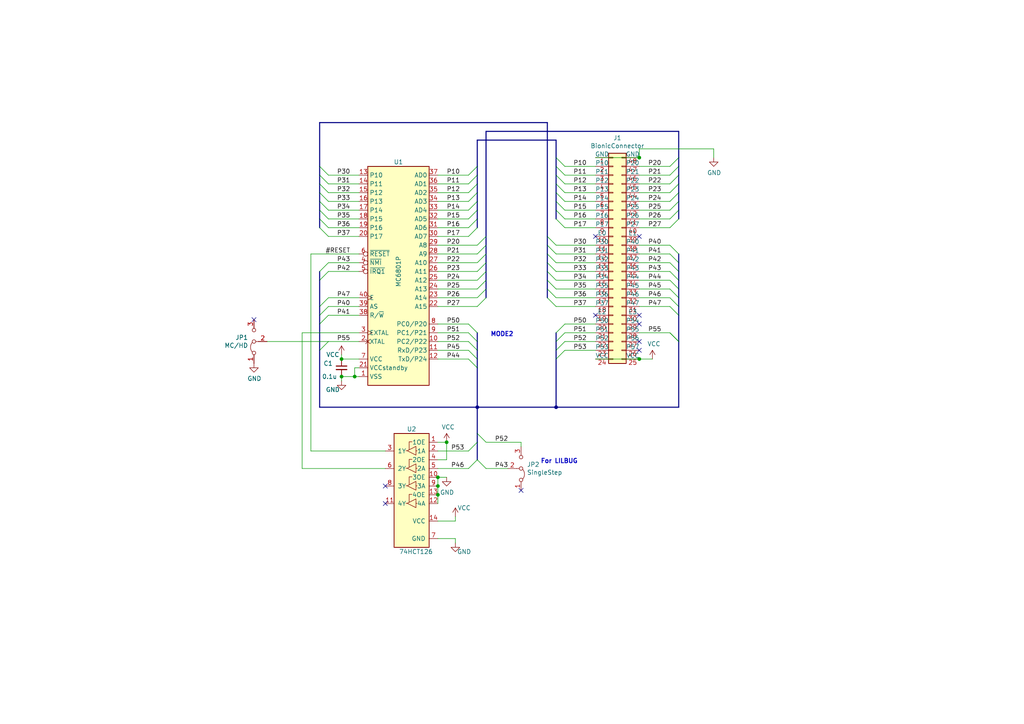
<source format=kicad_sch>
(kicad_sch (version 20211123) (generator eeschema)
  (paper "A4")
  (title_block (title "BionicMC6801 Mezzanine") (date "2021-11-20") (rev "2") (company "Tadashi G. Takaoka"))
  (lib_symbols
    (symbol "0-LocalLibrary:74HCT126" (pin_names (offset 1.016))
      (property "Reference" "U" (at 0 16.51 0))
      (property "Value" "74HCT126" (at 0 -19.05 0))
      (symbol "74HCT126_0_1"
        (polyline (pts (xy -1.2954 10.2108) (xy -1.6002 10.2108)))
        (polyline (pts (xy 1.2954 10.2362) (xy 1.651 10.2362)))
        (polyline (pts (xy 0.7112 10.5664) (xy 0.7112 12.827) (xy -0.127 12.827) (xy -0.1016 12.827)))
      )
      (symbol "74HCT126_1_0"
        (polyline (pts (xy 1.27 10.2362) (xy -1.27 11.5062) (xy -1.27 8.9662) (xy 1.27 10.2362)) (stroke (width 0.1524)))
        (pin input line (at -7.62 12.7 0) (length 2.54) (name "1OE") (number "1"))
        (pin input line (at -7.62 2.54 0) (length 2.54) (name "3OE") (number "10"))
        (pin tri_state line (at 7.62 -5.08 180) (length 2.54) (name "4Y") (number "11"))
        (pin input line (at -7.62 -5.08 0) (length 2.54) (name "4A") (number "12"))
        (pin input line (at -7.62 -2.54 0) (length 2.54) (name "4OE") (number "13"))
        (pin power_in line (at -7.62 -10.16 0) (length 2.54) (name "VCC") (number "14"))
        (pin input line (at -7.62 10.16 0) (length 2.54) (name "1A") (number "2"))
        (pin tri_state line (at 7.62 10.16 180) (length 2.54) (name "1Y") (number "3"))
        (pin input line (at -7.62 7.62 0) (length 2.54) (name "2OE") (number "4"))
        (pin input line (at -7.62 5.08 0) (length 2.54) (name "2A") (number "5"))
        (pin tri_state line (at 7.62 5.08 180) (length 2.54) (name "2Y") (number "6"))
        (pin power_in line (at -7.62 -15.24 0) (length 2.54) (name "GND") (number "7"))
        (pin tri_state line (at 7.62 0 180) (length 2.54) (name "3Y") (number "8"))
        (pin input line (at -7.62 0 0) (length 2.54) (name "3A") (number "9"))
      )
      (symbol "74HCT126_1_1"
        (rectangle (start -5.08 15.24) (end 5.08 -17.78) (stroke (width 0.254)) (fill (type background)))
        (polyline (pts (xy -1.2954 -5.0292) (xy -1.6002 -5.0292)))
        (polyline (pts (xy -1.2954 0.0508) (xy -1.6002 0.0508)))
        (polyline (pts (xy -1.2954 5.1308) (xy -1.6002 5.1308)))
        (polyline (pts (xy 1.2954 -5.0038) (xy 1.651 -5.0038)))
        (polyline (pts (xy 1.2954 0.0762) (xy 1.651 0.0762)))
        (polyline (pts (xy 1.2954 5.1562) (xy 1.651 5.1562)))
        (polyline (pts (xy 0.7112 -4.6736) (xy 0.7112 -2.413) (xy -0.127 -2.413) (xy -0.1016 -2.413)))
        (polyline (pts (xy 0.7112 0.4064) (xy 0.7112 2.667) (xy -0.127 2.667) (xy -0.1016 2.667)))
        (polyline (pts (xy 0.7112 5.4864) (xy 0.7112 7.747) (xy -0.127 7.747) (xy -0.1016 7.747)))
        (polyline (pts (xy 1.27 -5.0038) (xy -1.27 -3.7338) (xy -1.27 -6.2738) (xy 1.27 -5.0038)) (stroke (width 0.1524)))
        (polyline (pts (xy 1.27 0.0762) (xy -1.27 1.3462) (xy -1.27 -1.1938) (xy 1.27 0.0762)) (stroke (width 0.1524)))
        (polyline (pts (xy 1.27 5.1562) (xy -1.27 6.4262) (xy -1.27 3.8862) (xy 1.27 5.1562)) (stroke (width 0.1524)))
      )
    )
    (symbol "0-LocalLibrary:BionicConnector" (pin_names (offset 0))
      (property "Reference" "J" (at 1.27 30.48 0))
      (property "Value" "BionicConnector" (at 3.81 33.02 0))
      (symbol "BionicConnector_1_1"
        (rectangle (start -1.27 -30.353) (end 0 -30.607) (stroke (width 0.1524)))
        (rectangle (start -1.27 -27.813) (end 0 -28.067) (stroke (width 0.1524)))
        (rectangle (start -1.27 -25.273) (end 0 -25.527) (stroke (width 0.1524)))
        (rectangle (start -1.27 -22.733) (end 0 -22.987) (stroke (width 0.1524)))
        (rectangle (start -1.27 -20.193) (end 0 -20.447) (stroke (width 0.1524)))
        (rectangle (start -1.27 -17.653) (end 0 -17.907) (stroke (width 0.1524)))
        (rectangle (start -1.27 -15.113) (end 0 -15.367) (stroke (width 0.1524)))
        (rectangle (start -1.27 -12.573) (end 0 -12.827) (stroke (width 0.1524)))
        (rectangle (start -1.27 -10.033) (end 0 -10.287) (stroke (width 0.1524)))
        (rectangle (start -1.27 -7.493) (end 0 -7.747) (stroke (width 0.1524)))
        (rectangle (start -1.27 -4.953) (end 0 -5.207) (stroke (width 0.1524)))
        (rectangle (start -1.27 -2.413) (end 0 -2.667) (stroke (width 0.1524)))
        (rectangle (start -1.27 0.127) (end 0 -0.127) (stroke (width 0.1524)))
        (rectangle (start -1.27 2.667) (end 0 2.413) (stroke (width 0.1524)))
        (rectangle (start -1.27 5.207) (end 0 4.953) (stroke (width 0.1524)))
        (rectangle (start -1.27 7.747) (end 0 7.493) (stroke (width 0.1524)))
        (rectangle (start -1.27 10.287) (end 0 10.033) (stroke (width 0.1524)))
        (rectangle (start -1.27 12.827) (end 0 12.573) (stroke (width 0.1524)))
        (rectangle (start -1.27 15.367) (end 0 15.113) (stroke (width 0.1524)))
        (rectangle (start -1.27 17.907) (end 0 17.653) (stroke (width 0.1524)))
        (rectangle (start -1.27 20.447) (end 0 20.193) (stroke (width 0.1524)))
        (rectangle (start -1.27 22.987) (end 0 22.733) (stroke (width 0.1524)))
        (rectangle (start -1.27 25.527) (end 0 25.273) (stroke (width 0.1524)))
        (rectangle (start -1.27 28.067) (end 0 27.813) (stroke (width 0.1524)))
        (rectangle (start -1.27 29.21) (end 3.81 -31.75) (stroke (width 0.254)) (fill (type background)))
        (rectangle (start 3.81 -30.353) (end 2.54 -30.607) (stroke (width 0.1524)))
        (rectangle (start 3.81 -27.813) (end 2.54 -28.067) (stroke (width 0.1524)))
        (rectangle (start 3.81 -25.273) (end 2.54 -25.527) (stroke (width 0.1524)))
        (rectangle (start 3.81 -22.733) (end 2.54 -22.987) (stroke (width 0.1524)))
        (rectangle (start 3.81 -20.193) (end 2.54 -20.447) (stroke (width 0.1524)))
        (rectangle (start 3.81 -17.653) (end 2.54 -17.907) (stroke (width 0.1524)))
        (rectangle (start 3.81 -15.113) (end 2.54 -15.367) (stroke (width 0.1524)))
        (rectangle (start 3.81 -12.573) (end 2.54 -12.827) (stroke (width 0.1524)))
        (rectangle (start 3.81 -10.033) (end 2.54 -10.287) (stroke (width 0.1524)))
        (rectangle (start 3.81 -7.493) (end 2.54 -7.747) (stroke (width 0.1524)))
        (rectangle (start 3.81 -4.953) (end 2.54 -5.207) (stroke (width 0.1524)))
        (rectangle (start 3.81 -2.413) (end 2.54 -2.667) (stroke (width 0.1524)))
        (rectangle (start 3.81 0.127) (end 2.54 -0.127) (stroke (width 0.1524)))
        (rectangle (start 3.81 2.667) (end 2.54 2.413) (stroke (width 0.1524)))
        (rectangle (start 3.81 5.207) (end 2.54 4.953) (stroke (width 0.1524)))
        (rectangle (start 3.81 7.747) (end 2.54 7.493) (stroke (width 0.1524)))
        (rectangle (start 3.81 10.287) (end 2.54 10.033) (stroke (width 0.1524)))
        (rectangle (start 3.81 12.827) (end 2.54 12.573) (stroke (width 0.1524)))
        (rectangle (start 3.81 15.367) (end 2.54 15.113) (stroke (width 0.1524)))
        (rectangle (start 3.81 17.907) (end 2.54 17.653) (stroke (width 0.1524)))
        (rectangle (start 3.81 20.447) (end 2.54 20.193) (stroke (width 0.1524)))
        (rectangle (start 3.81 22.987) (end 2.54 22.733) (stroke (width 0.1524)))
        (rectangle (start 3.81 25.527) (end 2.54 25.273) (stroke (width 0.1524)))
        (rectangle (start 3.81 28.067) (end 2.54 27.813) (stroke (width 0.1524)))
        (pin power_out line (at -5.08 27.94 0) (length 3.81) (name "GND") (number "1"))
        (pin bidirectional line (at -5.08 5.08 0) (length 3.81) (name "E0") (number "10"))
        (pin bidirectional line (at -5.08 2.54 0) (length 3.81) (name "P30") (number "11"))
        (pin bidirectional line (at -5.08 0 0) (length 3.81) (name "P31") (number "12"))
        (pin bidirectional line (at -5.08 -2.54 0) (length 3.81) (name "P32") (number "13"))
        (pin bidirectional line (at -5.08 -5.08 0) (length 3.81) (name "P33") (number "14"))
        (pin bidirectional line (at -5.08 -7.62 0) (length 3.81) (name "P34") (number "15"))
        (pin bidirectional line (at -5.08 -10.16 0) (length 3.81) (name "P35") (number "16"))
        (pin bidirectional line (at -5.08 -12.7 0) (length 3.81) (name "P36") (number "17"))
        (pin bidirectional line (at -5.08 -15.24 0) (length 3.81) (name "P37") (number "18"))
        (pin bidirectional line (at -5.08 -17.78 0) (length 3.81) (name "E2") (number "19"))
        (pin bidirectional line (at -5.08 25.4 0) (length 3.81) (name "P10") (number "2"))
        (pin bidirectional line (at -5.08 -20.32 0) (length 3.81) (name "P50") (number "20"))
        (pin bidirectional line (at -5.08 -22.86 0) (length 3.81) (name "P51") (number "21"))
        (pin bidirectional line (at -5.08 -25.4 0) (length 3.81) (name "P52") (number "22"))
        (pin bidirectional line (at -5.08 -27.94 0) (length 3.81) (name "P53") (number "23"))
        (pin power_out line (at -5.08 -30.48 0) (length 3.81) (name "VCC") (number "24"))
        (pin power_in line (at 7.62 -30.48 180) (length 3.81) (name "VCC") (number "25"))
        (pin bidirectional line (at 7.62 -27.94 180) (length 3.81) (name "P57") (number "26"))
        (pin bidirectional line (at 7.62 -25.4 180) (length 3.81) (name "P56") (number "27"))
        (pin bidirectional line (at 7.62 -22.86 180) (length 3.81) (name "P55") (number "28"))
        (pin bidirectional line (at 7.62 -20.32 180) (length 3.81) (name "P54") (number "29"))
        (pin bidirectional line (at -5.08 22.86 0) (length 3.81) (name "P11") (number "3"))
        (pin bidirectional line (at 7.62 -17.78 180) (length 3.81) (name "E3") (number "30"))
        (pin bidirectional line (at 7.62 -15.24 180) (length 3.81) (name "P47") (number "31"))
        (pin bidirectional line (at 7.62 -12.7 180) (length 3.81) (name "P46") (number "32"))
        (pin bidirectional line (at 7.62 -10.16 180) (length 3.81) (name "P45") (number "33"))
        (pin bidirectional line (at 7.62 -7.62 180) (length 3.81) (name "P44") (number "34"))
        (pin bidirectional line (at 7.62 -5.08 180) (length 3.81) (name "P43") (number "35"))
        (pin bidirectional line (at 7.62 -2.54 180) (length 3.81) (name "P42") (number "36"))
        (pin bidirectional line (at 7.62 0 180) (length 3.81) (name "P41") (number "37"))
        (pin bidirectional line (at 7.62 2.54 180) (length 3.81) (name "P40") (number "38"))
        (pin bidirectional line (at 7.62 5.08 180) (length 3.81) (name "E1") (number "39"))
        (pin bidirectional line (at -5.08 20.32 0) (length 3.81) (name "P12") (number "4"))
        (pin bidirectional line (at 7.62 7.62 180) (length 3.81) (name "P27") (number "40"))
        (pin bidirectional line (at 7.62 10.16 180) (length 3.81) (name "P26") (number "41"))
        (pin bidirectional line (at 7.62 12.7 180) (length 3.81) (name "P25") (number "42"))
        (pin bidirectional line (at 7.62 15.24 180) (length 3.81) (name "P24") (number "43"))
        (pin bidirectional line (at 7.62 17.78 180) (length 3.81) (name "P23") (number "44"))
        (pin bidirectional line (at 7.62 20.32 180) (length 3.81) (name "P22") (number "45"))
        (pin bidirectional line (at 7.62 22.86 180) (length 3.81) (name "P21") (number "46"))
        (pin bidirectional line (at 7.62 25.4 180) (length 3.81) (name "P20") (number "47"))
        (pin power_in line (at 7.62 27.94 180) (length 3.81) (name "GND") (number "48"))
        (pin bidirectional line (at -5.08 17.78 0) (length 3.81) (name "P13") (number "5"))
        (pin bidirectional line (at -5.08 15.24 0) (length 3.81) (name "P14") (number "6"))
        (pin bidirectional line (at -5.08 12.7 0) (length 3.81) (name "P15") (number "7"))
        (pin bidirectional line (at -5.08 10.16 0) (length 3.81) (name "P16") (number "8"))
        (pin bidirectional line (at -5.08 7.62 0) (length 3.81) (name "P17") (number "9"))
      )
    )
    (symbol "0-LocalLibrary:MC6801P"
      (property "Reference" "U" (at -1.27 31.75 0))
      (property "Value" "MC6801P" (at 0 -3.81 90))
      (symbol "MC6801P_0_1"
        (rectangle (start -8.89 -33.02) (end 8.89 30.48) (stroke (width 0.254)) (fill (type background)))
      )
      (symbol "MC6801P_1_1"
        (pin power_in line (at -11.43 -30.48 0) (length 2.54) (name "VSS") (number "1"))
        (pin bidirectional line (at 11.43 -20.32 180) (length 2.54) (name "PC2/P22") (number "10"))
        (pin input line (at 11.43 -22.86 180) (length 2.54) (name "RxD/P23") (number "11"))
        (pin output line (at 11.43 -25.4 180) (length 2.54) (name "TxD/P24") (number "12"))
        (pin bidirectional line (at -11.43 27.94 0) (length 2.54) (name "P10") (number "13"))
        (pin bidirectional line (at -11.43 25.4 0) (length 2.54) (name "P11") (number "14"))
        (pin bidirectional line (at -11.43 22.86 0) (length 2.54) (name "P12") (number "15"))
        (pin bidirectional line (at -11.43 20.32 0) (length 2.54) (name "P13") (number "16"))
        (pin bidirectional line (at -11.43 17.78 0) (length 2.54) (name "P14") (number "17"))
        (pin bidirectional line (at -11.43 15.24 0) (length 2.54) (name "P15") (number "18"))
        (pin bidirectional line (at -11.43 12.7 0) (length 2.54) (name "P16") (number "19"))
        (pin input non_logic (at -11.43 -20.32 0) (length 2.54) (name "XTAL") (number "2"))
        (pin bidirectional line (at -11.43 10.16 0) (length 2.54) (name "P17") (number "20"))
        (pin power_in line (at -11.43 -27.94 0) (length 2.54) (name "VCCstandby") (number "21"))
        (pin output line (at 11.43 -10.16 180) (length 2.54) (name "A15") (number "22"))
        (pin output line (at 11.43 -7.62 180) (length 2.54) (name "A14") (number "23"))
        (pin output line (at 11.43 -5.08 180) (length 2.54) (name "A13") (number "24"))
        (pin output line (at 11.43 -2.54 180) (length 2.54) (name "A12") (number "25"))
        (pin output line (at 11.43 0 180) (length 2.54) (name "A11") (number "26"))
        (pin output line (at 11.43 2.54 180) (length 2.54) (name "A10") (number "27"))
        (pin output line (at 11.43 5.08 180) (length 2.54) (name "A9") (number "28"))
        (pin output line (at 11.43 7.62 180) (length 2.54) (name "A8") (number "29"))
        (pin input clock (at -11.43 -17.78 0) (length 2.54) (name "EXTAL") (number "3"))
        (pin bidirectional line (at 11.43 10.16 180) (length 2.54) (name "AD7") (number "30"))
        (pin bidirectional line (at 11.43 12.7 180) (length 2.54) (name "AD6") (number "31"))
        (pin bidirectional line (at 11.43 15.24 180) (length 2.54) (name "AD5") (number "32"))
        (pin bidirectional line (at 11.43 17.78 180) (length 2.54) (name "AD4") (number "33"))
        (pin bidirectional line (at 11.43 20.32 180) (length 2.54) (name "AD3") (number "34"))
        (pin bidirectional line (at 11.43 22.86 180) (length 2.54) (name "AD2") (number "35"))
        (pin bidirectional line (at 11.43 25.4 180) (length 2.54) (name "AD1") (number "36"))
        (pin bidirectional line (at 11.43 27.94 180) (length 2.54) (name "AD0") (number "37"))
        (pin output line (at -11.43 -12.7 0) (length 2.54) (name "R/~{W}") (number "38"))
        (pin output line (at -11.43 -10.16 0) (length 2.54) (name "AS") (number "39"))
        (pin input inverted (at -11.43 2.54 0) (length 2.54) (name "~{NMI}") (number "4"))
        (pin output clock (at -11.43 -7.62 0) (length 2.54) (name "E") (number "40"))
        (pin input inverted (at -11.43 0 0) (length 2.54) (name "~{IRQ1}") (number "5"))
        (pin input inverted (at -11.43 5.08 0) (length 2.54) (name "~{RESET}") (number "6"))
        (pin power_in line (at -11.43 -25.4 0) (length 2.54) (name "VCC") (number "7"))
        (pin bidirectional line (at 11.43 -15.24 180) (length 2.54) (name "PC0/P20") (number "8"))
        (pin bidirectional line (at 11.43 -17.78 180) (length 2.54) (name "PC1/P21") (number "9"))
      )
    )
    (symbol "Device:C_Small" (pin_numbers hide) (pin_names (offset 0.254) hide)
      (property "Reference" "C" (at 0.254 1.778 0))
      (property "Value" "C_Small" (at 0.254 -2.032 0))
      (symbol "C_Small_0_1"
        (polyline (pts (xy -1.524 -0.508) (xy 1.524 -0.508)) (stroke (width 0.3302)))
        (polyline (pts (xy -1.524 0.508) (xy 1.524 0.508)) (stroke (width 0.3048)))
      )
      (symbol "C_Small_1_1"
        (pin passive line (at 0 2.54 270) (length 2.032) (name "~") (number "1"))
        (pin passive line (at 0 -2.54 90) (length 2.032) (name "~") (number "2"))
      )
    )
    (symbol "Jumper:Jumper_3_Bridged12" (pin_names (offset 0) hide)
      (property "Reference" "JP" (at -2.54 -2.54 0))
      (property "Value" "Jumper_3_Bridged12" (at 0 2.794 0))
      (symbol "Jumper_3_Bridged12_0_0"
        (circle (center -3.302 0) (radius 0.508))
        (circle (center 0 0) (radius 0.508))
        (circle (center 3.302 0) (radius 0.508))
      )
      (symbol "Jumper_3_Bridged12_0_1"
        (arc (start -0.254 0.508) (mid -1.651 0.9912) (end -3.048 0.508))
        (polyline (pts (xy 0 -1.27) (xy 0 -0.508)))
      )
      (symbol "Jumper_3_Bridged12_1_1"
        (pin passive line (at -6.35 0 0) (length 2.54) (name "A") (number "1"))
        (pin passive line (at 0 -3.81 90) (length 2.54) (name "C") (number "2"))
        (pin passive line (at 6.35 0 180) (length 2.54) (name "B") (number "3"))
      )
    )
    (symbol "power:GND" (power) (pin_names (offset 0))
      (property "Value" "GND" (at 0 -3.81 0))
      (symbol "GND_0_1"
        (polyline (pts (xy 0 0) (xy 0 -1.27) (xy 1.27 -1.27) (xy 0 -2.54) (xy -1.27 -1.27) (xy 0 -1.27)))
      )
      (symbol "GND_1_1"
        (pin power_in line (at 0 0 270) (length 0) hide (name "GND") (number "1"))
      )
    )
    (symbol "power:VCC" (power) (pin_names (offset 0))
      (property "Value" "VCC" (at 0 3.81 0))
      (symbol "VCC_0_1"
        (polyline (pts (xy -0.762 1.27) (xy 0 2.54)))
        (polyline (pts (xy 0 0) (xy 0 2.54)))
        (polyline (pts (xy 0 2.54) (xy 0.762 1.27)))
      )
      (symbol "VCC_1_1"
        (pin power_in line (at 0 0 90) (length 0) hide (name "VCC") (number "1"))
      )
    )
  )
  (junction (at 99.06 104.14))
  (junction (at 185.42 45.72))
  (junction (at 127 143.51))
  (junction (at 185.42 104.14))
  (junction (at 127 140.97))
  (junction (at 102.87 109.22))
  (junction (at 138.43 118.11))
  (junction (at 127 138.43))
  (junction (at 99.06 109.22))
  (junction (at 129.54 128.27))
  (junction (at 161.29 118.11))
  (no_connect (at 172.72 68.58))
  (no_connect (at 185.42 93.98))
  (no_connect (at 73.66 92.71))
  (no_connect (at 151.13 142.24))
  (no_connect (at 172.72 91.44))
  (no_connect (at 185.42 99.06))
  (no_connect (at 185.42 91.44))
  (no_connect (at 185.42 101.6))
  (no_connect (at 111.76 146.05))
  (no_connect (at 185.42 68.58))
  (no_connect (at 111.76 140.97))
  (bus_entry (at 135.89 50.8) (size 2.54 -2.54))
  (bus_entry (at 95.25 78.74) (size -2.54 2.54))
  (bus_entry (at 95.25 68.58) (size -2.54 -2.54))
  (bus_entry (at 135.89 96.52) (size 2.54 2.54))
  (bus_entry (at 163.83 50.8) (size -2.54 -2.54))
  (bus_entry (at 135.89 101.6) (size 2.54 2.54))
  (bus_entry (at 140.97 71.12) (size -2.54 2.54))
  (bus_entry (at 194.31 81.28) (size 2.54 2.54))
  (bus_entry (at 95.25 60.96) (size -2.54 -2.54))
  (bus_entry (at 135.89 66.04) (size 2.54 -2.54))
  (bus_entry (at 194.31 86.36) (size 2.54 2.54))
  (bus_entry (at 135.89 63.5) (size 2.54 -2.54))
  (bus_entry (at 163.83 48.26) (size -2.54 -2.54))
  (bus_entry (at 158.75 71.12) (size 2.54 2.54))
  (bus_entry (at 163.83 99.06) (size -2.54 2.54))
  (bus_entry (at 95.25 88.9) (size -2.54 2.54))
  (bus_entry (at 196.85 55.88) (size -2.54 2.54))
  (bus_entry (at 95.25 50.8) (size -2.54 -2.54))
  (bus_entry (at 135.89 53.34) (size 2.54 -2.54))
  (bus_entry (at 135.89 58.42) (size 2.54 -2.54))
  (bus_entry (at 196.85 58.42) (size -2.54 2.54))
  (bus_entry (at 194.31 76.2) (size 2.54 2.54))
  (bus_entry (at 196.85 63.5) (size -2.54 2.54))
  (bus_entry (at 194.31 71.12) (size 2.54 2.54))
  (bus_entry (at 140.97 86.36) (size -2.54 2.54))
  (bus_entry (at 135.89 93.98) (size 2.54 2.54))
  (bus_entry (at 95.25 63.5) (size -2.54 -2.54))
  (bus_entry (at 135.89 99.06) (size 2.54 2.54))
  (bus_entry (at 95.25 76.2) (size -2.54 2.54))
  (bus_entry (at 194.31 96.52) (size 2.54 2.54))
  (bus_entry (at 194.31 88.9) (size 2.54 2.54))
  (bus_entry (at 163.83 55.88) (size -2.54 -2.54))
  (bus_entry (at 158.75 83.82) (size 2.54 2.54))
  (bus_entry (at 158.75 78.74) (size 2.54 2.54))
  (bus_entry (at 140.97 81.28) (size -2.54 2.54))
  (bus_entry (at 95.25 86.36) (size -2.54 2.54))
  (bus_entry (at 194.31 78.74) (size 2.54 2.54))
  (bus_entry (at 140.97 76.2) (size -2.54 2.54))
  (bus_entry (at 138.43 133.35) (size -2.54 2.54))
  (bus_entry (at 95.25 53.34) (size -2.54 -2.54))
  (bus_entry (at 194.31 73.66) (size 2.54 2.54))
  (bus_entry (at 140.97 83.82) (size -2.54 2.54))
  (bus_entry (at 95.25 66.04) (size -2.54 -2.54))
  (bus_entry (at 194.31 96.52) (size 2.54 2.54))
  (bus_entry (at 196.85 45.72) (size -2.54 2.54))
  (bus_entry (at 158.75 86.36) (size 2.54 2.54))
  (bus_entry (at 196.85 60.96) (size -2.54 2.54))
  (bus_entry (at 194.31 83.82) (size 2.54 2.54))
  (bus_entry (at 163.83 101.6) (size -2.54 2.54))
  (bus_entry (at 140.97 73.66) (size -2.54 2.54))
  (bus_entry (at 138.43 133.35) (size 2.54 2.54))
  (bus_entry (at 163.83 53.34) (size -2.54 -2.54))
  (bus_entry (at 196.85 50.8) (size -2.54 2.54))
  (bus_entry (at 163.83 96.52) (size -2.54 2.54))
  (bus_entry (at 196.85 48.26) (size -2.54 2.54))
  (bus_entry (at 163.83 66.04) (size -2.54 -2.54))
  (bus_entry (at 135.89 55.88) (size 2.54 -2.54))
  (bus_entry (at 95.25 99.06) (size -2.54 2.54))
  (bus_entry (at 158.75 73.66) (size 2.54 2.54))
  (bus_entry (at 138.43 128.27) (size -2.54 2.54))
  (bus_entry (at 138.43 125.73) (size 2.54 2.54))
  (bus_entry (at 95.25 91.44) (size -2.54 2.54))
  (bus_entry (at 196.85 53.34) (size -2.54 2.54))
  (bus_entry (at 135.89 68.58) (size 2.54 -2.54))
  (bus_entry (at 158.75 68.58) (size 2.54 2.54))
  (bus_entry (at 95.25 58.42) (size -2.54 -2.54))
  (bus_entry (at 163.83 63.5) (size -2.54 -2.54))
  (bus_entry (at 140.97 78.74) (size -2.54 2.54))
  (bus_entry (at 163.83 58.42) (size -2.54 -2.54))
  (bus_entry (at 158.75 81.28) (size 2.54 2.54))
  (bus_entry (at 135.89 104.14) (size 2.54 2.54))
  (bus_entry (at 163.83 60.96) (size -2.54 -2.54))
  (bus_entry (at 135.89 60.96) (size 2.54 -2.54))
  (bus_entry (at 158.75 76.2) (size 2.54 2.54))
  (bus_entry (at 140.97 68.58) (size -2.54 2.54))
  (bus_entry (at 163.83 93.98) (size -2.54 2.54))
  (bus_entry (at 95.25 55.88) (size -2.54 -2.54))
  (bus (pts (xy 138.43 40.64) (xy 138.43 48.26)))
  (bus (pts (xy 138.43 99.06) (xy 138.43 101.6)))
  (bus (pts (xy 158.75 76.2) (xy 158.75 78.74)))
  (bus (pts (xy 158.75 78.74) (xy 158.75 81.28)))
  (bus (pts (xy 138.43 96.52) (xy 138.43 99.06)))
  (bus (pts (xy 138.43 58.42) (xy 138.43 60.96)))
  (wire (pts (xy 87.63 96.52) (xy 87.63 135.89)))
  (bus (pts (xy 92.71 78.74) (xy 92.71 81.28)))
  (wire (pts (xy 185.42 71.12) (xy 194.31 71.12)))
  (wire (pts (xy 172.72 78.74) (xy 161.29 78.74)))
  (bus (pts (xy 92.71 50.8) (xy 92.71 53.34)))
  (wire (pts (xy 102.87 106.68) (xy 102.87 109.22)))
  (bus (pts (xy 161.29 99.06) (xy 161.29 101.6)))
  (bus (pts (xy 196.85 73.66) (xy 196.85 76.2)))
  (bus (pts (xy 161.29 53.34) (xy 161.29 55.88)))
  (wire (pts (xy 132.08 151.13) (xy 127 151.13)))
  (wire (pts (xy 172.72 53.34) (xy 163.83 53.34)))
  (wire (pts (xy 127 66.04) (xy 135.89 66.04)))
  (bus (pts (xy 138.43 128.27) (xy 138.43 133.35)))
  (wire (pts (xy 95.25 76.2) (xy 104.14 76.2)))
  (bus (pts (xy 92.71 91.44) (xy 92.71 93.98)))
  (bus (pts (xy 196.85 60.96) (xy 196.85 63.5)))
  (wire (pts (xy 95.25 86.36) (xy 104.14 86.36)))
  (wire (pts (xy 95.25 91.44) (xy 104.14 91.44)))
  (bus (pts (xy 161.29 96.52) (xy 161.29 99.06)))
  (wire (pts (xy 207.01 43.18) (xy 207.01 45.72)))
  (bus (pts (xy 140.97 78.74) (xy 140.97 81.28)))
  (bus (pts (xy 196.85 91.44) (xy 196.85 99.06)))
  (wire (pts (xy 163.83 99.06) (xy 172.72 99.06)))
  (bus (pts (xy 196.85 99.06) (xy 196.85 118.11)))
  (wire (pts (xy 185.42 50.8) (xy 194.31 50.8)))
  (wire (pts (xy 161.29 83.82) (xy 172.72 83.82)))
  (bus (pts (xy 161.29 58.42) (xy 161.29 60.96)))
  (wire (pts (xy 163.83 101.6) (xy 172.72 101.6)))
  (wire (pts (xy 185.42 104.14) (xy 189.23 104.14)))
  (bus (pts (xy 140.97 73.66) (xy 140.97 76.2)))
  (wire (pts (xy 99.06 110.49) (xy 99.06 109.22)))
  (wire (pts (xy 129.54 128.27) (xy 129.54 133.35)))
  (bus (pts (xy 196.85 45.72) (xy 196.85 48.26)))
  (wire (pts (xy 172.72 88.9) (xy 161.29 88.9)))
  (wire (pts (xy 132.08 157.48) (xy 132.08 156.21)))
  (wire (pts (xy 77.47 99.06) (xy 95.25 99.06)))
  (wire (pts (xy 127 60.96) (xy 135.89 60.96)))
  (bus (pts (xy 138.43 55.88) (xy 138.43 58.42)))
  (wire (pts (xy 104.14 66.04) (xy 95.25 66.04)))
  (wire (pts (xy 185.42 48.26) (xy 194.31 48.26)))
  (wire (pts (xy 127 76.2) (xy 138.43 76.2)))
  (wire (pts (xy 127 140.97) (xy 127 143.51)))
  (wire (pts (xy 104.14 68.58) (xy 95.25 68.58)))
  (wire (pts (xy 172.72 55.88) (xy 163.83 55.88)))
  (wire (pts (xy 127 138.43) (xy 127 140.97)))
  (wire (pts (xy 163.83 96.52) (xy 172.72 96.52)))
  (bus (pts (xy 196.85 55.88) (xy 196.85 58.42)))
  (bus (pts (xy 196.85 38.1) (xy 196.85 45.72)))
  (bus (pts (xy 138.43 104.14) (xy 138.43 106.68)))
  (wire (pts (xy 185.42 55.88) (xy 194.31 55.88)))
  (bus (pts (xy 196.85 58.42) (xy 196.85 60.96)))
  (wire (pts (xy 127 96.52) (xy 135.89 96.52)))
  (bus (pts (xy 161.29 45.72) (xy 161.29 48.26)))
  (wire (pts (xy 163.83 93.98) (xy 172.72 93.98)))
  (wire (pts (xy 127 55.88) (xy 135.89 55.88)))
  (wire (pts (xy 172.72 60.96) (xy 163.83 60.96)))
  (wire (pts (xy 127 58.42) (xy 135.89 58.42)))
  (wire (pts (xy 185.42 53.34) (xy 194.31 53.34)))
  (wire (pts (xy 104.14 53.34) (xy 95.25 53.34)))
  (bus (pts (xy 140.97 71.12) (xy 140.97 73.66)))
  (wire (pts (xy 172.72 66.04) (xy 163.83 66.04)))
  (wire (pts (xy 185.42 81.28) (xy 194.31 81.28)))
  (bus (pts (xy 161.29 48.26) (xy 161.29 50.8)))
  (bus (pts (xy 196.85 88.9) (xy 196.85 91.44)))
  (bus (pts (xy 92.71 48.26) (xy 92.71 50.8)))
  (wire (pts (xy 140.97 128.27) (xy 151.13 128.27)))
  (bus (pts (xy 196.85 83.82) (xy 196.85 86.36)))
  (wire (pts (xy 127 86.36) (xy 138.43 86.36)))
  (wire (pts (xy 127 156.21) (xy 132.08 156.21)))
  (wire (pts (xy 185.42 73.66) (xy 194.31 73.66)))
  (bus (pts (xy 138.43 60.96) (xy 138.43 63.5)))
  (wire (pts (xy 127 130.81) (xy 135.89 130.81)))
  (bus (pts (xy 92.71 101.6) (xy 92.71 118.11)))
  (wire (pts (xy 127 133.35) (xy 129.54 133.35)))
  (wire (pts (xy 172.72 50.8) (xy 163.83 50.8)))
  (bus (pts (xy 161.29 60.96) (xy 161.29 63.5)))
  (wire (pts (xy 172.72 71.12) (xy 161.29 71.12)))
  (bus (pts (xy 140.97 81.28) (xy 140.97 83.82)))
  (wire (pts (xy 185.42 86.36) (xy 194.31 86.36)))
  (wire (pts (xy 185.42 83.82) (xy 194.31 83.82)))
  (bus (pts (xy 158.75 81.28) (xy 158.75 83.82)))
  (wire (pts (xy 135.89 99.06) (xy 127 99.06)))
  (wire (pts (xy 127 78.74) (xy 138.43 78.74)))
  (wire (pts (xy 90.17 73.66) (xy 90.17 130.81)))
  (wire (pts (xy 127 101.6) (xy 135.89 101.6)))
  (wire (pts (xy 127 81.28) (xy 138.43 81.28)))
  (bus (pts (xy 92.71 118.11) (xy 138.43 118.11)))
  (wire (pts (xy 185.42 58.42) (xy 194.31 58.42)))
  (bus (pts (xy 140.97 76.2) (xy 140.97 78.74)))
  (wire (pts (xy 127 71.12) (xy 138.43 71.12)))
  (bus (pts (xy 196.85 50.8) (xy 196.85 53.34)))
  (wire (pts (xy 185.42 96.52) (xy 194.31 96.52)))
  (wire (pts (xy 185.42 43.18) (xy 185.42 45.72)))
  (bus (pts (xy 196.85 86.36) (xy 196.85 88.9)))
  (wire (pts (xy 104.14 50.8) (xy 95.25 50.8)))
  (wire (pts (xy 102.87 109.22) (xy 104.14 109.22)))
  (bus (pts (xy 161.29 40.64) (xy 161.29 45.72)))
  (bus (pts (xy 92.71 58.42) (xy 92.71 60.96)))
  (wire (pts (xy 185.42 78.74) (xy 194.31 78.74)))
  (wire (pts (xy 127 83.82) (xy 138.43 83.82)))
  (bus (pts (xy 161.29 50.8) (xy 161.29 53.34)))
  (bus (pts (xy 196.85 76.2) (xy 196.85 78.74)))
  (wire (pts (xy 151.13 128.27) (xy 151.13 129.54)))
  (bus (pts (xy 196.85 78.74) (xy 196.85 81.28)))
  (wire (pts (xy 185.42 76.2) (xy 194.31 76.2)))
  (wire (pts (xy 104.14 106.68) (xy 102.87 106.68)))
  (wire (pts (xy 185.42 66.04) (xy 194.31 66.04)))
  (bus (pts (xy 158.75 35.56) (xy 158.75 68.58)))
  (wire (pts (xy 132.08 151.13) (xy 132.08 149.86)))
  (wire (pts (xy 127 73.66) (xy 138.43 73.66)))
  (bus (pts (xy 92.71 88.9) (xy 92.71 91.44)))
  (bus (pts (xy 138.43 40.64) (xy 161.29 40.64)))
  (wire (pts (xy 172.72 73.66) (xy 161.29 73.66)))
  (wire (pts (xy 172.72 45.72) (xy 185.42 45.72)))
  (wire (pts (xy 185.42 43.18) (xy 207.01 43.18)))
  (wire (pts (xy 127 50.8) (xy 135.89 50.8)))
  (bus (pts (xy 138.43 118.11) (xy 138.43 125.73)))
  (bus (pts (xy 196.85 53.34) (xy 196.85 55.88)))
  (wire (pts (xy 127 135.89) (xy 135.89 135.89)))
  (wire (pts (xy 99.06 104.14) (xy 104.14 104.14)))
  (wire (pts (xy 95.25 78.74) (xy 104.14 78.74)))
  (bus (pts (xy 138.43 101.6) (xy 138.43 104.14)))
  (wire (pts (xy 104.14 60.96) (xy 95.25 60.96)))
  (wire (pts (xy 147.32 135.89) (xy 140.97 135.89)))
  (bus (pts (xy 92.71 35.56) (xy 92.71 48.26)))
  (wire (pts (xy 127 88.9) (xy 138.43 88.9)))
  (wire (pts (xy 87.63 96.52) (xy 104.14 96.52)))
  (wire (pts (xy 172.72 76.2) (xy 161.29 76.2)))
  (wire (pts (xy 127 53.34) (xy 135.89 53.34)))
  (bus (pts (xy 92.71 53.34) (xy 92.71 55.88)))
  (wire (pts (xy 104.14 55.88) (xy 95.25 55.88)))
  (wire (pts (xy 90.17 130.81) (xy 111.76 130.81)))
  (bus (pts (xy 140.97 38.1) (xy 196.85 38.1)))
  (bus (pts (xy 138.43 53.34) (xy 138.43 55.88)))
  (bus (pts (xy 158.75 83.82) (xy 158.75 86.36)))
  (bus (pts (xy 92.71 60.96) (xy 92.71 63.5)))
  (wire (pts (xy 127 143.51) (xy 127 146.05)))
  (bus (pts (xy 138.43 48.26) (xy 138.43 50.8)))
  (wire (pts (xy 161.29 86.36) (xy 172.72 86.36)))
  (bus (pts (xy 161.29 101.6) (xy 161.29 104.14)))
  (bus (pts (xy 92.71 93.98) (xy 92.71 101.6)))
  (bus (pts (xy 158.75 73.66) (xy 158.75 76.2)))
  (wire (pts (xy 172.72 104.14) (xy 185.42 104.14)))
  (wire (pts (xy 127 104.14) (xy 135.89 104.14)))
  (bus (pts (xy 140.97 68.58) (xy 140.97 71.12)))
  (bus (pts (xy 138.43 50.8) (xy 138.43 53.34)))
  (bus (pts (xy 196.85 81.28) (xy 196.85 83.82)))
  (bus (pts (xy 196.85 48.26) (xy 196.85 50.8)))
  (bus (pts (xy 161.29 104.14) (xy 161.29 118.11)))
  (wire (pts (xy 161.29 81.28) (xy 172.72 81.28)))
  (bus (pts (xy 161.29 118.11) (xy 196.85 118.11)))
  (bus (pts (xy 92.71 55.88) (xy 92.71 58.42)))
  (bus (pts (xy 158.75 71.12) (xy 158.75 73.66)))
  (wire (pts (xy 127 63.5) (xy 135.89 63.5)))
  (bus (pts (xy 138.43 63.5) (xy 138.43 66.04)))
  (wire (pts (xy 87.63 135.89) (xy 111.76 135.89)))
  (bus (pts (xy 138.43 118.11) (xy 161.29 118.11)))
  (bus (pts (xy 158.75 35.56) (xy 92.71 35.56)))
  (bus (pts (xy 158.75 68.58) (xy 158.75 71.12)))
  (wire (pts (xy 104.14 58.42) (xy 95.25 58.42)))
  (wire (pts (xy 99.06 104.14) (xy 99.06 102.87)))
  (bus (pts (xy 92.71 81.28) (xy 92.71 88.9)))
  (bus (pts (xy 140.97 38.1) (xy 140.97 68.58)))
  (bus (pts (xy 138.43 106.68) (xy 138.43 118.11)))
  (wire (pts (xy 99.06 109.22) (xy 102.87 109.22)))
  (wire (pts (xy 127 138.43) (xy 129.54 138.43)))
  (wire (pts (xy 95.25 99.06) (xy 104.14 99.06)))
  (bus (pts (xy 138.43 125.73) (xy 138.43 128.27)))
  (wire (pts (xy 127 128.27) (xy 129.54 128.27)))
  (wire (pts (xy 90.17 73.66) (xy 104.14 73.66)))
  (wire (pts (xy 185.42 88.9) (xy 194.31 88.9)))
  (wire (pts (xy 127 93.98) (xy 135.89 93.98)))
  (wire (pts (xy 172.72 58.42) (xy 163.83 58.42)))
  (wire (pts (xy 185.42 63.5) (xy 194.31 63.5)))
  (wire (pts (xy 95.25 88.9) (xy 104.14 88.9)))
  (bus (pts (xy 92.71 63.5) (xy 92.71 66.04)))
  (wire (pts (xy 104.14 63.5) (xy 95.25 63.5)))
  (wire (pts (xy 172.72 63.5) (xy 163.83 63.5)))
  (bus (pts (xy 140.97 83.82) (xy 140.97 86.36)))
  (wire (pts (xy 127 68.58) (xy 135.89 68.58)))
  (bus (pts (xy 161.29 55.88) (xy 161.29 58.42)))
  (wire (pts (xy 172.72 48.26) (xy 163.83 48.26)))
  (wire (pts (xy 185.42 60.96) (xy 194.31 60.96)))
  (text "MODE2\n" (at 142.24 97.79 0) (effects (font (size 1.27 1.27) (thickness 0.254) bold) (justify left bottom)))
  (text "For LILBUG" (at 167.64 134.62 180) (effects (font (size 1.27 1.27) (thickness 0.254) bold) (justify right bottom)))
  (label "P26" (at 187.96 63.5 0))
  (label "P47" (at 101.6 86.36 180))
  (label "P13" (at 129.54 58.42 0))
  (label "P55" (at 101.6 99.06 180))
  (label "P41" (at 187.96 73.66 0))
  (label "P23" (at 129.54 78.74 0))
  (label "P15" (at 129.54 63.5 0))
  (label "P23" (at 187.96 55.88 0))
  (label "P52" (at 170.18 99.06 180))
  (label "P40" (at 101.6 88.9 180))
  (label "P37" (at 170.18 88.9 180))
  (label "P33" (at 101.6 58.42 180))
  (label "P16" (at 129.54 66.04 0))
  (label "P44" (at 187.96 81.28 0))
  (label "P16" (at 170.18 63.5 180))
  (label "P42" (at 187.96 76.2 0))
  (label "P44" (at 129.54 104.14 0))
  (label "P36" (at 170.18 86.36 180))
  (label "P10" (at 129.54 50.8 0))
  (label "P51" (at 170.18 96.52 180))
  (label "P50" (at 170.18 93.98 180))
  (label "P30" (at 170.18 71.12 180))
  (label "P14" (at 129.54 60.96 0))
  (label "P46" (at 130.81 135.89 0))
  (label "P36" (at 101.6 66.04 180))
  (label "P20" (at 187.96 48.26 0))
  (label "P24" (at 187.96 58.42 0))
  (label "P25" (at 129.54 83.82 0))
  (label "P13" (at 170.18 55.88 180))
  (label "P45" (at 187.96 83.82 0))
  (label "P34" (at 101.6 60.96 180))
  (label "#RESET" (at 101.6 73.66 180))
  (label "P40" (at 187.96 71.12 0))
  (label "P26" (at 129.54 86.36 0))
  (label "P46" (at 187.96 86.36 0))
  (label "P43" (at 101.6 76.2 180))
  (label "P31" (at 101.6 53.34 180))
  (label "P11" (at 170.18 50.8 180))
  (label "P35" (at 170.18 83.82 180))
  (label "P53" (at 170.18 101.6 180))
  (label "P11" (at 129.54 53.34 0))
  (label "P51" (at 129.54 96.52 0))
  (label "P52" (at 129.54 99.06 0))
  (label "P52" (at 143.51 128.27 0))
  (label "P43" (at 143.51 135.89 0))
  (label "P27" (at 129.54 88.9 0))
  (label "P14" (at 170.18 58.42 180))
  (label "P50" (at 129.54 93.98 0))
  (label "P32" (at 170.18 76.2 180))
  (label "P41" (at 101.6 91.44 180))
  (label "P27" (at 187.96 66.04 0))
  (label "P21" (at 187.96 50.8 0))
  (label "P53" (at 130.81 130.81 0))
  (label "P35" (at 101.6 63.5 180))
  (label "P31" (at 170.18 73.66 180))
  (label "P12" (at 170.18 53.34 180))
  (label "P33" (at 170.18 78.74 180))
  (label "P43" (at 187.96 78.74 0))
  (label "P20" (at 129.54 71.12 0))
  (label "P45" (at 129.54 101.6 0))
  (label "P55" (at 187.96 96.52 0))
  (label "P30" (at 101.6 50.8 180))
  (label "P24" (at 129.54 81.28 0))
  (label "P17" (at 170.18 66.04 180))
  (label "P32" (at 101.6 55.88 180))
  (label "P10" (at 170.18 48.26 180))
  (label "P17" (at 129.54 68.58 0))
  (label "P34" (at 170.18 81.28 180))
  (label "P21" (at 129.54 73.66 0))
  (label "P15" (at 170.18 60.96 180))
  (label "P25" (at 187.96 60.96 0))
  (label "P12" (at 129.54 55.88 0))
  (label "P42" (at 101.6 78.74 180))
  (label "P37" (at 101.6 68.58 180))
  (label "P47" (at 187.96 88.9 0))
  (label "P22" (at 129.54 76.2 0))
  (label "P22" (at 187.96 53.34 0))
  (symbol (lib_id "power:VCC") (at -1352.55 -1136.65 0) (unit 1)
    (property "Reference" "#PWR01" (effects hide))
    (property "Value" "VCC" (at -1352.1182 -1141.0442 0))
  )
  (symbol (lib_id "power:VCC") (at 99.06 102.87 0) (mirror y) (unit 1)
    (property "Reference" "#PWR03" (effects hide))
    (property "Value" "VCC" (at 96.52 102.87 0))
  )
  (symbol (lib_id "power:GND") (at 99.06 110.49 0) (mirror y) (unit 1)
    (property "Reference" "#PWR04" (effects hide))
    (property "Value" "GND" (at 96.52 113.03 0))
  )
  (symbol (lib_id "Device:C_Small") (at 99.06 106.68 0) (mirror y) (unit 1)
    (property "Reference" "C1" (at 96.52 105.41 0) (effects (justify left)))
    (property "Value" "0.1u" (at 97.79 109.22 0) (effects (justify left)))
    (property "Footprint" "Capacitor_THT:C_Disc_D3.4mm_W2.1mm_P2.50mm" (effects hide))
  )
  (symbol (lib_id "0-LocalLibrary:74HCT126") (at 119.38 140.97 0) (mirror y) (unit 1)
    (property "Reference" "U2" (at 119.38 124.46 0))
    (property "Value" "74HCT126" (at 120.65 160.02 0))
    (property "Footprint" "Package_DIP:DIP-14_W7.62mm" (effects hide))
    (property "Datasheet" "https://www.ti.com/lit/ds/symlink/cd74hct126.pdf" (effects hide))
  )
  (symbol (lib_id "power:VCC") (at 132.08 149.86 0) (unit 1)
    (property "Reference" "#PWR07" (effects hide))
    (property "Value" "VCC" (at 134.62 147.32 0))
  )
  (symbol (lib_id "power:GND") (at 132.08 157.48 0) (unit 1)
    (property "Reference" "#PWR08" (effects hide))
    (property "Value" "GND" (at 134.62 160.02 0))
  )
  (symbol (lib_id "power:VCC") (at 129.54 128.27 0) (unit 1)
    (property "Reference" "#PWR02" (effects hide))
    (property "Value" "VCC" (at 129.9718 123.8758 0))
  )
  (symbol (lib_id "power:GND") (at 129.54 138.43 0) (unit 1)
    (property "Reference" "#PWR06" (effects hide))
    (property "Value" "GND" (at 129.667 142.8242 0))
  )
  (symbol (lib_id "power:GND") (at 207.01 45.72 0) (unit 1)
    (property "Reference" "#PWR0101" (effects hide))
    (property "Value" "GND" (at 207.137 50.1142 0))
  )
  (symbol (lib_id "Jumper:Jumper_3_Bridged12") (at 73.66 99.06 90) (unit 1)
    (property "Reference" "JP1" (at 71.9582 97.8916 90) (effects (justify left)))
    (property "Value" "MC/HD" (at 71.9582 100.203 90) (effects (justify left)))
    (property "Footprint" "Connector_PinHeader_2.54mm:PinHeader_1x03_P2.54mm_Vertical" (effects hide))
  )
  (symbol (lib_id "power:GND") (at 73.66 105.41 0) (unit 1)
    (property "Reference" "#PWR05" (effects hide))
    (property "Value" "GND" (at 73.787 109.8042 0))
  )
  (symbol (lib_id "power:VCC") (at 189.23 104.14 0) (unit 1)
    (property "Reference" "#PWR0102" (effects hide))
    (property "Value" "VCC" (at 189.6618 99.7458 0))
  )
  (symbol (lib_id "0-LocalLibrary:MC6801P") (at 115.57 78.74 0) (unit 1)
    (property "Reference" "U1" (at 115.57 46.99 0))
    (property "Value" "MC6801P" (at 115.57 78.74 90))
    (property "Footprint" "Package_DIP:DIP-40_W15.24mm" (effects hide))
  )
  (symbol (lib_id "Jumper:Jumper_3_Bridged12") (at 151.13 135.89 270) (mirror x) (unit 1)
    (property "Reference" "JP2" (at 152.8318 134.7216 90) (effects (justify left)))
    (property "Value" "SingleStep" (at 152.8318 137.033 90) (effects (justify left)))
    (property "Footprint" "Connector_PinHeader_2.54mm:PinHeader_1x03_P2.54mm_Vertical" (effects hide))
  )
  (symbol (lib_id "0-LocalLibrary:BionicConnector") (at 177.8 73.66 0) (unit 1)
    (property "Reference" "J1" (at 179.07 40.005 0))
    (property "Value" "BionicConnector" (at 179.07 42.3164 0))
    (property "Footprint" "0-LocalLibrary:DIP-48_W7.62mm" (effects hide))
    (property "Datasheet" "https://www.arieselec.com/wp-content/uploads/2020/02/10001-universal-dip-zif-test-socket.pdf" (effects hide))
  )
)
</source>
